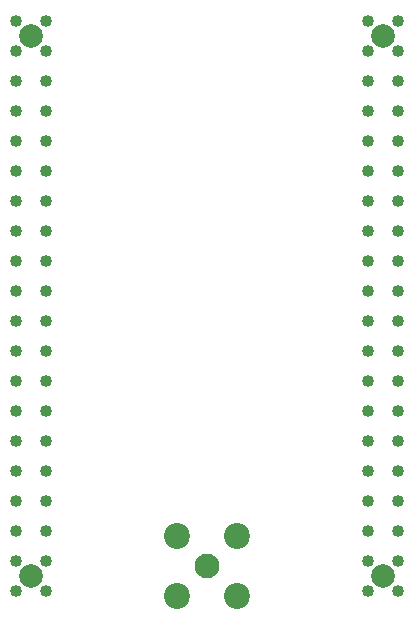
<source format=gbr>
G04 #@! TF.GenerationSoftware,KiCad,Pcbnew,7.0.9-7.0.9~ubuntu22.04.1*
G04 #@! TF.CreationDate,2023-12-06T13:17:01-05:00*
G04 #@! TF.ProjectId,caravel-breakout-qfn,63617261-7665-46c2-9d62-7265616b6f75,2.3*
G04 #@! TF.SameCoordinates,PX2dc6c00PY42c1d80*
G04 #@! TF.FileFunction,Soldermask,Bot*
G04 #@! TF.FilePolarity,Negative*
%FSLAX46Y46*%
G04 Gerber Fmt 4.6, Leading zero omitted, Abs format (unit mm)*
G04 Created by KiCad (PCBNEW 7.0.9-7.0.9~ubuntu22.04.1) date 2023-12-06 13:17:01*
%MOMM*%
%LPD*%
G01*
G04 APERTURE LIST*
%ADD10C,1.020000*%
%ADD11C,2.000000*%
%ADD12C,2.200000*%
%ADD13C,2.100000*%
G04 APERTURE END LIST*
D10*
X38670000Y50380000D03*
X36130000Y50380000D03*
D11*
X37400000Y49110000D03*
D10*
X38670000Y47840000D03*
X36130000Y47840000D03*
X38670000Y45300000D03*
X36130000Y45300000D03*
X38670000Y42760000D03*
X36130000Y42760000D03*
X38670000Y40220000D03*
X36130000Y40220000D03*
X38670000Y37680000D03*
X36130000Y37680000D03*
X38670000Y35140000D03*
X36130000Y35140000D03*
X38670000Y32600000D03*
X36130000Y32600000D03*
X38670000Y30060000D03*
X36130000Y30060000D03*
X38670000Y27520000D03*
X36130000Y27520000D03*
X38670000Y24980000D03*
X36130000Y24980000D03*
X38670000Y22440000D03*
X36130000Y22440000D03*
X38670000Y19900000D03*
X36130000Y19900000D03*
X38670000Y17360000D03*
X36130000Y17360000D03*
X38670000Y14820000D03*
X36130000Y14820000D03*
X38670000Y12280000D03*
X36130000Y12280000D03*
X38670000Y9740000D03*
X36130000Y9740000D03*
X38670000Y7200000D03*
X36130000Y7200000D03*
X38670000Y4660000D03*
X36130000Y4660000D03*
D11*
X37400000Y3390000D03*
D10*
X38670000Y2120000D03*
X36130000Y2120000D03*
D12*
X19960000Y6740000D03*
X25040000Y6740000D03*
X25040000Y1660000D03*
X19960000Y1660000D03*
D13*
X22500000Y4200000D03*
D10*
X8870000Y50380000D03*
X6330000Y50380000D03*
D11*
X7600000Y49110000D03*
D10*
X8870000Y47840000D03*
X6330000Y47840000D03*
X8870000Y45300000D03*
X6330000Y45300000D03*
X8870000Y42760000D03*
X6330000Y42760000D03*
X8870000Y40220000D03*
X6330000Y40220000D03*
X8870000Y37680000D03*
X6330000Y37680000D03*
X8870000Y35140000D03*
X6330000Y35140000D03*
X8870000Y32600000D03*
X6330000Y32600000D03*
X8870000Y30060000D03*
X6330000Y30060000D03*
X8870000Y27520000D03*
X6330000Y27520000D03*
X8870000Y24980000D03*
X6330000Y24980000D03*
X8870000Y22440000D03*
X6330000Y22440000D03*
X8870000Y19900000D03*
X6330000Y19900000D03*
X8870000Y17360000D03*
X6330000Y17360000D03*
X8870000Y14820000D03*
X6330000Y14820000D03*
X8870000Y12280000D03*
X6330000Y12280000D03*
X8870000Y9740000D03*
X6330000Y9740000D03*
X8870000Y7200000D03*
X6330000Y7200000D03*
X8870000Y4660000D03*
X6330000Y4660000D03*
D11*
X7600000Y3390000D03*
D10*
X8870000Y2120000D03*
X6330000Y2120000D03*
M02*

</source>
